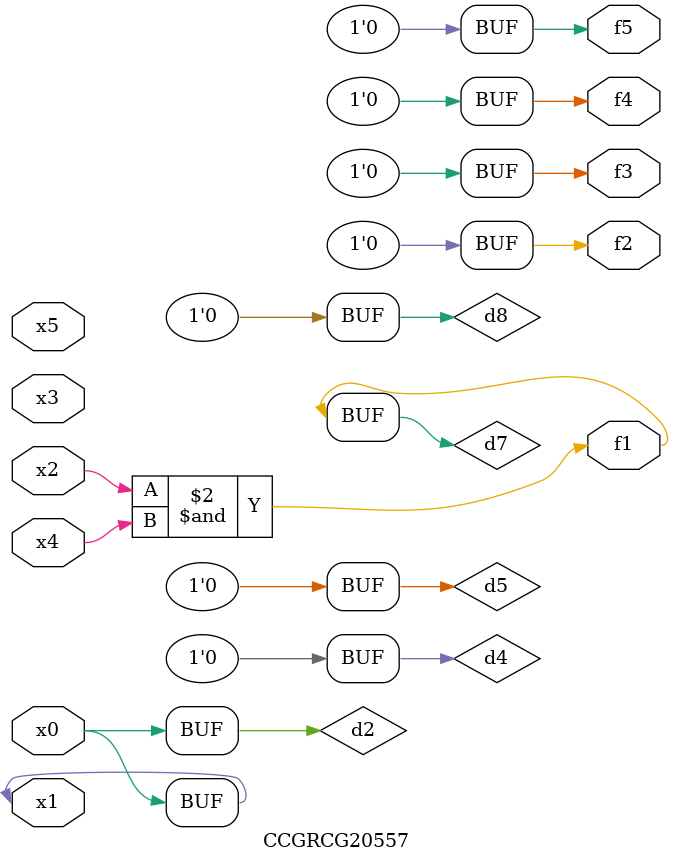
<source format=v>
module CCGRCG20557(
	input x0, x1, x2, x3, x4, x5,
	output f1, f2, f3, f4, f5
);

	wire d1, d2, d3, d4, d5, d6, d7, d8, d9;

	nand (d1, x1);
	buf (d2, x0, x1);
	nand (d3, x2, x4);
	and (d4, d1, d2);
	and (d5, d1, d2);
	nand (d6, d1, d3);
	not (d7, d3);
	xor (d8, d5);
	nor (d9, d5, d6);
	assign f1 = d7;
	assign f2 = d8;
	assign f3 = d8;
	assign f4 = d8;
	assign f5 = d8;
endmodule

</source>
